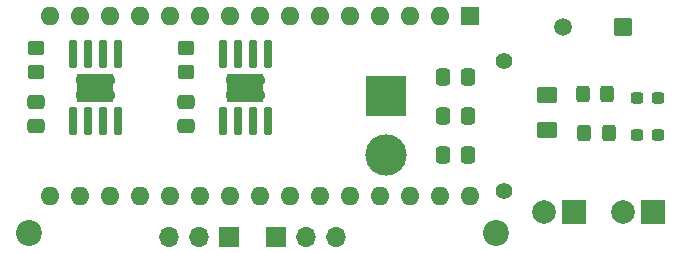
<source format=gbr>
%TF.GenerationSoftware,KiCad,Pcbnew,8.0.4*%
%TF.CreationDate,2025-02-26T16:08:11-05:00*%
%TF.ProjectId,plusle,706c7573-6c65-42e6-9b69-6361645f7063,rev?*%
%TF.SameCoordinates,Original*%
%TF.FileFunction,Soldermask,Top*%
%TF.FilePolarity,Negative*%
%FSLAX46Y46*%
G04 Gerber Fmt 4.6, Leading zero omitted, Abs format (unit mm)*
G04 Created by KiCad (PCBNEW 8.0.4) date 2025-02-26 16:08:11*
%MOMM*%
%LPD*%
G01*
G04 APERTURE LIST*
G04 Aperture macros list*
%AMRoundRect*
0 Rectangle with rounded corners*
0 $1 Rounding radius*
0 $2 $3 $4 $5 $6 $7 $8 $9 X,Y pos of 4 corners*
0 Add a 4 corners polygon primitive as box body*
4,1,4,$2,$3,$4,$5,$6,$7,$8,$9,$2,$3,0*
0 Add four circle primitives for the rounded corners*
1,1,$1+$1,$2,$3*
1,1,$1+$1,$4,$5*
1,1,$1+$1,$6,$7*
1,1,$1+$1,$8,$9*
0 Add four rect primitives between the rounded corners*
20,1,$1+$1,$2,$3,$4,$5,0*
20,1,$1+$1,$4,$5,$6,$7,0*
20,1,$1+$1,$6,$7,$8,$9,0*
20,1,$1+$1,$8,$9,$2,$3,0*%
G04 Aperture macros list end*
%ADD10RoundRect,0.102000X-0.654000X0.654000X-0.654000X-0.654000X0.654000X-0.654000X0.654000X0.654000X0*%
%ADD11C,1.512000*%
%ADD12C,1.400000*%
%ADD13R,3.500000X3.500000*%
%ADD14C,3.500000*%
%ADD15R,3.100000X2.400000*%
%ADD16RoundRect,0.070000X-0.250000X1.100000X-0.250000X-1.100000X0.250000X-1.100000X0.250000X1.100000X0*%
%ADD17C,0.770000*%
%ADD18RoundRect,0.250000X-0.325000X-0.450000X0.325000X-0.450000X0.325000X0.450000X-0.325000X0.450000X0*%
%ADD19RoundRect,0.250000X-0.450000X0.350000X-0.450000X-0.350000X0.450000X-0.350000X0.450000X0.350000X0*%
%ADD20R,1.700000X1.700000*%
%ADD21O,1.700000X1.700000*%
%ADD22C,2.000000*%
%ADD23R,2.000000X2.000000*%
%ADD24C,2.200000*%
%ADD25RoundRect,0.250001X-0.624999X0.462499X-0.624999X-0.462499X0.624999X-0.462499X0.624999X0.462499X0*%
%ADD26RoundRect,0.237500X0.300000X0.237500X-0.300000X0.237500X-0.300000X-0.237500X0.300000X-0.237500X0*%
%ADD27RoundRect,0.250000X-0.475000X0.337500X-0.475000X-0.337500X0.475000X-0.337500X0.475000X0.337500X0*%
%ADD28RoundRect,0.250000X0.337500X0.475000X-0.337500X0.475000X-0.337500X-0.475000X0.337500X-0.475000X0*%
%ADD29R,1.600000X1.600000*%
%ADD30O,1.600000X1.600000*%
G04 APERTURE END LIST*
D10*
%TO.C,SW1*%
X78040000Y-29100000D03*
D11*
X72960000Y-29100000D03*
%TD*%
D12*
%TO.C,J5*%
X68000000Y-43000000D03*
X68000000Y-32000000D03*
D13*
X58000000Y-35000000D03*
D14*
X58000000Y-40000000D03*
%TD*%
D15*
%TO.C,U4*%
X46100000Y-34250000D03*
D16*
X48005000Y-31375000D03*
X46735000Y-31375000D03*
X45465000Y-31375000D03*
X44195000Y-31375000D03*
X44195000Y-37125000D03*
X45465000Y-37125000D03*
X46735000Y-37125000D03*
X48005000Y-37125000D03*
D17*
X47400000Y-33600000D03*
X46100000Y-33600000D03*
X44800000Y-33600000D03*
X47400000Y-34900000D03*
X46100000Y-34900000D03*
X44800000Y-34900000D03*
%TD*%
D15*
%TO.C,U3*%
X33400000Y-34250000D03*
D16*
X35305000Y-31375000D03*
X34035000Y-31375000D03*
X32765000Y-31375000D03*
X31495000Y-31375000D03*
X31495000Y-37125000D03*
X32765000Y-37125000D03*
X34035000Y-37125000D03*
X35305000Y-37125000D03*
D17*
X34700000Y-33600000D03*
X33400000Y-33600000D03*
X32100000Y-33600000D03*
X34700000Y-34900000D03*
X33400000Y-34900000D03*
X32100000Y-34900000D03*
%TD*%
D18*
%TO.C,R4*%
X74810000Y-38100000D03*
X76860000Y-38100000D03*
%TD*%
%TO.C,R3*%
X74710000Y-34800000D03*
X76760000Y-34800000D03*
%TD*%
D19*
%TO.C,R2*%
X41100000Y-30900000D03*
X41100000Y-32900000D03*
%TD*%
%TO.C,R1*%
X28400000Y-30900000D03*
X28400000Y-32900000D03*
%TD*%
D20*
%TO.C,J4*%
X44725000Y-46900000D03*
D21*
X42185000Y-46900000D03*
X39645000Y-46900000D03*
%TD*%
D22*
%TO.C,J3*%
X78060000Y-44800000D03*
D23*
X80600000Y-44800000D03*
%TD*%
D22*
%TO.C,J2*%
X71360000Y-44800000D03*
D23*
X73900000Y-44800000D03*
%TD*%
D20*
%TO.C,J1*%
X48675000Y-46900000D03*
D21*
X51215000Y-46900000D03*
X53755000Y-46900000D03*
%TD*%
D24*
%TO.C,H1*%
X27800000Y-46600000D03*
%TD*%
D25*
%TO.C,F1*%
X71660000Y-37887500D03*
X71660000Y-34912500D03*
%TD*%
D26*
%TO.C,D2*%
X81022500Y-38300000D03*
X79297500Y-38300000D03*
%TD*%
%TO.C,D1*%
X81022500Y-35100000D03*
X79297500Y-35100000D03*
%TD*%
D27*
%TO.C,C8*%
X41100000Y-35462500D03*
X41100000Y-37537500D03*
%TD*%
%TO.C,C7*%
X28400000Y-35462500D03*
X28400000Y-37537500D03*
%TD*%
D28*
%TO.C,C3*%
X64937500Y-40000000D03*
X62862500Y-40000000D03*
%TD*%
%TO.C,C2*%
X64937500Y-36700000D03*
X62862500Y-36700000D03*
%TD*%
%TO.C,C1*%
X64937500Y-33400000D03*
X62862500Y-33400000D03*
%TD*%
D29*
%TO.C,A1*%
X65140000Y-28160000D03*
D30*
X62600000Y-28160000D03*
X60060000Y-28160000D03*
X57520000Y-28160000D03*
X54980000Y-28160000D03*
X52440000Y-28160000D03*
X49900000Y-28160000D03*
X47360000Y-28160000D03*
X44820000Y-28160000D03*
X42280000Y-28160000D03*
X39740000Y-28160000D03*
X37200000Y-28160000D03*
X34660000Y-28160000D03*
X32120000Y-28160000D03*
X29580000Y-28160000D03*
X29580000Y-43400000D03*
X32120000Y-43400000D03*
X34660000Y-43400000D03*
X37200000Y-43400000D03*
X39740000Y-43400000D03*
X42280000Y-43400000D03*
X44820000Y-43400000D03*
X47360000Y-43400000D03*
X49900000Y-43400000D03*
X52440000Y-43400000D03*
X54980000Y-43400000D03*
X57520000Y-43400000D03*
X60060000Y-43400000D03*
X62600000Y-43400000D03*
X65140000Y-43400000D03*
%TD*%
D24*
%TO.C,H2*%
X67300000Y-46600000D03*
%TD*%
M02*

</source>
